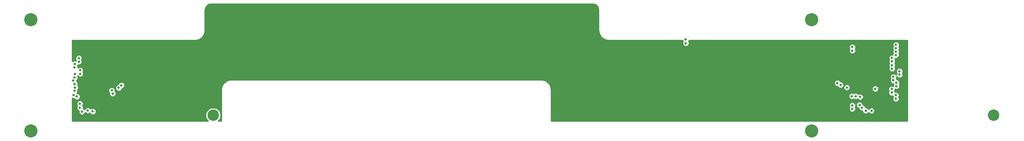
<source format=gbr>
G04 #@! TF.FileFunction,Copper,L2,Inr,Plane*
%FSLAX46Y46*%
G04 Gerber Fmt 4.6, Leading zero omitted, Abs format (unit mm)*
G04 Created by KiCad (PCBNEW 0.201603021449+6606~42~ubuntu14.04.1-product) date Wed 02 Mar 2016 02:15:13 PM PST*
%MOMM*%
G01*
G04 APERTURE LIST*
%ADD10C,0.100000*%
%ADD11C,2.540000*%
%ADD12C,2.200000*%
%ADD13C,0.508000*%
%ADD14C,0.254000*%
G04 APERTURE END LIST*
D10*
D11*
X164500000Y-196000000D03*
X164500000Y-174500000D03*
X14500000Y-174500000D03*
D12*
X49500000Y-192925000D03*
X199505000Y-192925000D03*
D11*
X14500000Y-196000000D03*
D13*
X140300000Y-178999090D03*
X180705564Y-179979902D03*
X172700000Y-181100000D03*
X173500000Y-181137491D03*
X177000000Y-185300000D03*
X177000000Y-183500000D03*
X177000000Y-180800000D03*
X176975000Y-187200000D03*
X177000000Y-189525000D03*
X176975000Y-191200000D03*
X24300000Y-178700000D03*
X23800000Y-179500000D03*
X27000000Y-184675000D03*
X26975000Y-182875000D03*
X27000000Y-181100000D03*
X27000000Y-187200000D03*
X27000000Y-191200000D03*
X27000000Y-190100000D03*
X27000000Y-188900000D03*
X25475000Y-178700000D03*
X22875000Y-179500000D03*
X23325000Y-180750000D03*
X169450000Y-186708410D03*
X22609375Y-186241728D03*
X170050000Y-187080380D03*
X22885259Y-186894448D03*
X171272325Y-187575690D03*
X22976604Y-187548502D03*
X176717516Y-187808138D03*
X22844781Y-188222828D03*
X172225000Y-189250690D03*
X22694573Y-189036204D03*
X172950000Y-189250690D03*
X23300000Y-189300000D03*
X174900000Y-192075000D03*
X176000000Y-192075000D03*
X174175000Y-191475000D03*
X173825000Y-189375000D03*
X173700000Y-190949310D03*
X24300000Y-192250000D03*
X26350000Y-192200000D03*
X25400000Y-192000000D03*
X23875000Y-190700000D03*
X23900000Y-191475000D03*
X140300000Y-178313290D03*
X180695893Y-179319571D03*
X180675000Y-180639597D03*
X172325000Y-179757100D03*
X180675000Y-181300000D03*
X172325000Y-180442900D03*
X179925000Y-181850000D03*
X23700000Y-181900000D03*
X179932677Y-182523006D03*
X23700000Y-182560403D03*
X179950000Y-183250000D03*
X22900000Y-183000000D03*
X179950000Y-183910403D03*
X22883120Y-183680682D03*
X181375000Y-184425000D03*
X23950000Y-184214390D03*
X181375000Y-185085403D03*
X23950000Y-184925000D03*
X180200000Y-185514597D03*
X22900000Y-184925000D03*
X180200000Y-186175000D03*
X22879965Y-185605438D03*
X31842466Y-187132534D03*
X180775000Y-186639597D03*
X31357534Y-187617466D03*
X180775000Y-187300000D03*
X30025000Y-188100000D03*
X179875000Y-187875000D03*
X30191699Y-188739016D03*
X179877390Y-188540029D03*
X180675000Y-189742900D03*
X172300000Y-191717900D03*
X172300000Y-191032100D03*
X180675000Y-189057100D03*
D14*
G36*
X122896103Y-171543723D02*
X123231902Y-171768098D01*
X123456277Y-172103897D01*
X123544000Y-172544913D01*
X123544000Y-176500000D01*
X123552762Y-176544050D01*
X123552762Y-176588961D01*
X123666943Y-177162987D01*
X123735031Y-177327366D01*
X123735033Y-177327368D01*
X124060190Y-177814000D01*
X124186000Y-177939810D01*
X124672632Y-178264967D01*
X124672634Y-178264969D01*
X124837014Y-178333057D01*
X125411039Y-178447238D01*
X125455950Y-178447238D01*
X125500000Y-178456000D01*
X139671896Y-178456000D01*
X139754715Y-178656436D01*
X139665111Y-178872227D01*
X139664890Y-179124845D01*
X139761360Y-179358318D01*
X139939832Y-179537103D01*
X140173137Y-179633979D01*
X140425755Y-179634200D01*
X140659228Y-179537730D01*
X140838013Y-179359258D01*
X140934889Y-179125953D01*
X140935110Y-178873335D01*
X140845285Y-178655944D01*
X140928309Y-178456000D01*
X182873000Y-178456000D01*
X182873000Y-194044000D01*
X114456000Y-194044000D01*
X114456000Y-191157855D01*
X171664890Y-191157855D01*
X171754715Y-191375246D01*
X171665111Y-191591037D01*
X171664890Y-191843655D01*
X171761360Y-192077128D01*
X171939832Y-192255913D01*
X172173137Y-192352789D01*
X172425755Y-192353010D01*
X172659228Y-192256540D01*
X172838013Y-192078068D01*
X172934889Y-191844763D01*
X172935110Y-191592145D01*
X172845285Y-191374754D01*
X172934889Y-191158963D01*
X172934962Y-191075065D01*
X173064890Y-191075065D01*
X173161360Y-191308538D01*
X173339832Y-191487323D01*
X173539917Y-191570405D01*
X173539890Y-191600755D01*
X173636360Y-191834228D01*
X173814832Y-192013013D01*
X174048137Y-192109889D01*
X174264969Y-192110079D01*
X174264890Y-192200755D01*
X174361360Y-192434228D01*
X174539832Y-192613013D01*
X174773137Y-192709889D01*
X175025755Y-192710110D01*
X175259228Y-192613640D01*
X175438013Y-192435168D01*
X175449910Y-192406517D01*
X175461360Y-192434228D01*
X175639832Y-192613013D01*
X175873137Y-192709889D01*
X176125755Y-192710110D01*
X176359228Y-192613640D01*
X176538013Y-192435168D01*
X176634889Y-192201863D01*
X176635110Y-191949245D01*
X176538640Y-191715772D01*
X176360168Y-191536987D01*
X176126863Y-191440111D01*
X175874245Y-191439890D01*
X175640772Y-191536360D01*
X175461987Y-191714832D01*
X175450090Y-191743483D01*
X175438640Y-191715772D01*
X175260168Y-191536987D01*
X175026863Y-191440111D01*
X174810031Y-191439921D01*
X174810110Y-191349245D01*
X174713640Y-191115772D01*
X174535168Y-190936987D01*
X174335083Y-190853905D01*
X174335110Y-190823555D01*
X174238640Y-190590082D01*
X174060168Y-190411297D01*
X173826863Y-190314421D01*
X173574245Y-190314200D01*
X173340772Y-190410670D01*
X173161987Y-190589142D01*
X173065111Y-190822447D01*
X173064890Y-191075065D01*
X172934962Y-191075065D01*
X172935110Y-190906345D01*
X172838640Y-190672872D01*
X172660168Y-190494087D01*
X172426863Y-190397211D01*
X172174245Y-190396990D01*
X171940772Y-190493460D01*
X171761987Y-190671932D01*
X171665111Y-190905237D01*
X171664890Y-191157855D01*
X114456000Y-191157855D01*
X114456000Y-189376445D01*
X171589890Y-189376445D01*
X171686360Y-189609918D01*
X171864832Y-189788703D01*
X172098137Y-189885579D01*
X172350755Y-189885800D01*
X172584228Y-189789330D01*
X172587348Y-189786215D01*
X172589832Y-189788703D01*
X172823137Y-189885579D01*
X173075755Y-189885800D01*
X173309228Y-189789330D01*
X173325325Y-189773261D01*
X173464832Y-189913013D01*
X173698137Y-190009889D01*
X173950755Y-190010110D01*
X174184228Y-189913640D01*
X174363013Y-189735168D01*
X174459889Y-189501863D01*
X174460110Y-189249245D01*
X174363640Y-189015772D01*
X174185168Y-188836987D01*
X173951863Y-188740111D01*
X173699245Y-188739890D01*
X173465772Y-188836360D01*
X173449675Y-188852429D01*
X173310168Y-188712677D01*
X173076863Y-188615801D01*
X172824245Y-188615580D01*
X172590772Y-188712050D01*
X172587652Y-188715165D01*
X172585168Y-188712677D01*
X172351863Y-188615801D01*
X172099245Y-188615580D01*
X171865772Y-188712050D01*
X171686987Y-188890522D01*
X171590111Y-189123827D01*
X171589890Y-189376445D01*
X114456000Y-189376445D01*
X114456000Y-188000000D01*
X114447238Y-187955950D01*
X114447238Y-187911039D01*
X114333057Y-187337014D01*
X114264969Y-187172634D01*
X114264967Y-187172632D01*
X114038811Y-186834165D01*
X168814890Y-186834165D01*
X168911360Y-187067638D01*
X169089832Y-187246423D01*
X169323137Y-187343299D01*
X169471619Y-187343429D01*
X169511360Y-187439608D01*
X169689832Y-187618393D01*
X169923137Y-187715269D01*
X170175755Y-187715490D01*
X170209746Y-187701445D01*
X170637215Y-187701445D01*
X170733685Y-187934918D01*
X170912157Y-188113703D01*
X171145462Y-188210579D01*
X171398080Y-188210800D01*
X171631553Y-188114330D01*
X171810338Y-187935858D01*
X171811153Y-187933893D01*
X176082406Y-187933893D01*
X176178876Y-188167366D01*
X176357348Y-188346151D01*
X176590653Y-188443027D01*
X176843271Y-188443248D01*
X177076744Y-188346778D01*
X177255529Y-188168306D01*
X177325101Y-188000755D01*
X179239890Y-188000755D01*
X179326605Y-188210619D01*
X179242501Y-188413166D01*
X179242280Y-188665784D01*
X179338750Y-188899257D01*
X179517222Y-189078042D01*
X179750527Y-189174918D01*
X180003145Y-189175139D01*
X180039910Y-189159948D01*
X180039890Y-189182855D01*
X180129715Y-189400246D01*
X180040111Y-189616037D01*
X180039890Y-189868655D01*
X180136360Y-190102128D01*
X180314832Y-190280913D01*
X180548137Y-190377789D01*
X180800755Y-190378010D01*
X181034228Y-190281540D01*
X181213013Y-190103068D01*
X181309889Y-189869763D01*
X181310110Y-189617145D01*
X181220285Y-189399754D01*
X181309889Y-189183963D01*
X181310110Y-188931345D01*
X181213640Y-188697872D01*
X181035168Y-188519087D01*
X180801863Y-188422211D01*
X180549245Y-188421990D01*
X180512480Y-188437181D01*
X180512500Y-188414274D01*
X180425785Y-188204410D01*
X180509889Y-188001863D01*
X180509998Y-187877529D01*
X180648137Y-187934889D01*
X180900755Y-187935110D01*
X181134228Y-187838640D01*
X181313013Y-187660168D01*
X181409889Y-187426863D01*
X181410110Y-187174245D01*
X181325545Y-186969584D01*
X181409889Y-186766460D01*
X181410110Y-186513842D01*
X181313640Y-186280369D01*
X181135168Y-186101584D01*
X180901863Y-186004708D01*
X180816677Y-186004633D01*
X180750545Y-185844584D01*
X180834889Y-185641460D01*
X180835064Y-185441494D01*
X180836360Y-185444631D01*
X181014832Y-185623416D01*
X181248137Y-185720292D01*
X181500755Y-185720513D01*
X181734228Y-185624043D01*
X181913013Y-185445571D01*
X182009889Y-185212266D01*
X182010110Y-184959648D01*
X181925545Y-184754987D01*
X182009889Y-184551863D01*
X182010110Y-184299245D01*
X181913640Y-184065772D01*
X181735168Y-183886987D01*
X181501863Y-183790111D01*
X181249245Y-183789890D01*
X181015772Y-183886360D01*
X180836987Y-184064832D01*
X180740111Y-184298137D01*
X180739890Y-184550755D01*
X180824455Y-184755416D01*
X180740111Y-184958540D01*
X180739936Y-185158506D01*
X180738640Y-185155369D01*
X180560168Y-184976584D01*
X180326863Y-184879708D01*
X180074245Y-184879487D01*
X179840772Y-184975957D01*
X179661987Y-185154429D01*
X179565111Y-185387734D01*
X179564890Y-185640352D01*
X179649455Y-185845013D01*
X179565111Y-186048137D01*
X179564890Y-186300755D01*
X179661360Y-186534228D01*
X179839832Y-186713013D01*
X180073137Y-186809889D01*
X180158323Y-186809964D01*
X180224455Y-186970013D01*
X180140111Y-187173137D01*
X180140002Y-187297471D01*
X180001863Y-187240111D01*
X179749245Y-187239890D01*
X179515772Y-187336360D01*
X179336987Y-187514832D01*
X179240111Y-187748137D01*
X179239890Y-188000755D01*
X177325101Y-188000755D01*
X177352405Y-187935001D01*
X177352626Y-187682383D01*
X177256156Y-187448910D01*
X177077684Y-187270125D01*
X176844379Y-187173249D01*
X176591761Y-187173028D01*
X176358288Y-187269498D01*
X176179503Y-187447970D01*
X176082627Y-187681275D01*
X176082406Y-187933893D01*
X171811153Y-187933893D01*
X171907214Y-187702553D01*
X171907435Y-187449935D01*
X171810965Y-187216462D01*
X171632493Y-187037677D01*
X171399188Y-186940801D01*
X171146570Y-186940580D01*
X170913097Y-187037050D01*
X170734312Y-187215522D01*
X170637436Y-187448827D01*
X170637215Y-187701445D01*
X170209746Y-187701445D01*
X170409228Y-187619020D01*
X170588013Y-187440548D01*
X170684889Y-187207243D01*
X170685110Y-186954625D01*
X170588640Y-186721152D01*
X170410168Y-186542367D01*
X170176863Y-186445491D01*
X170028381Y-186445361D01*
X169988640Y-186349182D01*
X169810168Y-186170397D01*
X169576863Y-186073521D01*
X169324245Y-186073300D01*
X169090772Y-186169770D01*
X168911987Y-186348242D01*
X168815111Y-186581547D01*
X168814890Y-186834165D01*
X114038811Y-186834165D01*
X113939810Y-186686000D01*
X113814000Y-186560190D01*
X113327368Y-186235033D01*
X113327366Y-186235031D01*
X113162987Y-186166943D01*
X112588961Y-186052762D01*
X112544050Y-186052762D01*
X112500000Y-186044000D01*
X53000000Y-186044000D01*
X52955950Y-186052762D01*
X52911039Y-186052762D01*
X52337014Y-186166943D01*
X52172634Y-186235031D01*
X52172632Y-186235033D01*
X51686000Y-186560190D01*
X51560190Y-186686000D01*
X51235033Y-187172632D01*
X51235031Y-187172634D01*
X51166943Y-187337013D01*
X51052762Y-187911039D01*
X51052762Y-187955950D01*
X51044000Y-188000000D01*
X51044000Y-194044000D01*
X50475326Y-194044000D01*
X50754799Y-193765015D01*
X50980743Y-193220882D01*
X50981257Y-192631703D01*
X50756263Y-192087177D01*
X50340015Y-191670201D01*
X49795882Y-191444257D01*
X49206703Y-191443743D01*
X48662177Y-191668737D01*
X48245201Y-192084985D01*
X48019257Y-192629118D01*
X48018743Y-193218297D01*
X48243737Y-193762823D01*
X48524423Y-194044000D01*
X22456000Y-194044000D01*
X22456000Y-190825755D01*
X23239890Y-190825755D01*
X23336360Y-191059228D01*
X23376953Y-191099892D01*
X23361987Y-191114832D01*
X23265111Y-191348137D01*
X23264890Y-191600755D01*
X23361360Y-191834228D01*
X23539832Y-192013013D01*
X23685690Y-192073578D01*
X23665111Y-192123137D01*
X23664890Y-192375755D01*
X23761360Y-192609228D01*
X23939832Y-192788013D01*
X24173137Y-192884889D01*
X24425755Y-192885110D01*
X24659228Y-192788640D01*
X24838013Y-192610168D01*
X24918460Y-192416428D01*
X25039832Y-192538013D01*
X25273137Y-192634889D01*
X25525755Y-192635110D01*
X25759228Y-192538640D01*
X25790114Y-192507808D01*
X25811360Y-192559228D01*
X25989832Y-192738013D01*
X26223137Y-192834889D01*
X26475755Y-192835110D01*
X26709228Y-192738640D01*
X26888013Y-192560168D01*
X26984889Y-192326863D01*
X26985110Y-192074245D01*
X26888640Y-191840772D01*
X26710168Y-191661987D01*
X26476863Y-191565111D01*
X26224245Y-191564890D01*
X25990772Y-191661360D01*
X25959886Y-191692192D01*
X25938640Y-191640772D01*
X25760168Y-191461987D01*
X25526863Y-191365111D01*
X25274245Y-191364890D01*
X25040772Y-191461360D01*
X24861987Y-191639832D01*
X24781540Y-191833572D01*
X24660168Y-191711987D01*
X24514310Y-191651422D01*
X24534889Y-191601863D01*
X24535110Y-191349245D01*
X24438640Y-191115772D01*
X24398047Y-191075108D01*
X24413013Y-191060168D01*
X24509889Y-190826863D01*
X24510110Y-190574245D01*
X24413640Y-190340772D01*
X24235168Y-190161987D01*
X24001863Y-190065111D01*
X23749245Y-190064890D01*
X23515772Y-190161360D01*
X23336987Y-190339832D01*
X23240111Y-190573137D01*
X23239890Y-190825755D01*
X22456000Y-190825755D01*
X22456000Y-189624707D01*
X22567710Y-189671093D01*
X22773384Y-189671273D01*
X22939832Y-189838013D01*
X23173137Y-189934889D01*
X23425755Y-189935110D01*
X23659228Y-189838640D01*
X23838013Y-189660168D01*
X23934889Y-189426863D01*
X23935110Y-189174245D01*
X23838640Y-188940772D01*
X23660168Y-188761987D01*
X23426863Y-188665111D01*
X23300646Y-188665001D01*
X23382794Y-188582996D01*
X23479670Y-188349691D01*
X23479778Y-188225755D01*
X29389890Y-188225755D01*
X29486360Y-188459228D01*
X29580960Y-188553994D01*
X29556810Y-188612153D01*
X29556589Y-188864771D01*
X29653059Y-189098244D01*
X29831531Y-189277029D01*
X30064836Y-189373905D01*
X30317454Y-189374126D01*
X30550927Y-189277656D01*
X30729712Y-189099184D01*
X30826588Y-188865879D01*
X30826809Y-188613261D01*
X30730339Y-188379788D01*
X30635739Y-188285022D01*
X30659889Y-188226863D01*
X30660110Y-187974245D01*
X30564652Y-187743221D01*
X30722424Y-187743221D01*
X30818894Y-187976694D01*
X30997366Y-188155479D01*
X31230671Y-188252355D01*
X31483289Y-188252576D01*
X31716762Y-188156106D01*
X31895547Y-187977634D01*
X31985749Y-187760401D01*
X32201694Y-187671174D01*
X32380479Y-187492702D01*
X32477355Y-187259397D01*
X32477576Y-187006779D01*
X32381106Y-186773306D01*
X32202634Y-186594521D01*
X31969329Y-186497645D01*
X31716711Y-186497424D01*
X31483238Y-186593894D01*
X31304453Y-186772366D01*
X31214251Y-186989599D01*
X30998306Y-187078826D01*
X30819521Y-187257298D01*
X30722645Y-187490603D01*
X30722424Y-187743221D01*
X30564652Y-187743221D01*
X30563640Y-187740772D01*
X30385168Y-187561987D01*
X30151863Y-187465111D01*
X29899245Y-187464890D01*
X29665772Y-187561360D01*
X29486987Y-187739832D01*
X29390111Y-187973137D01*
X29389890Y-188225755D01*
X23479778Y-188225755D01*
X23479891Y-188097073D01*
X23434918Y-187988230D01*
X23514617Y-187908670D01*
X23611493Y-187675365D01*
X23611714Y-187422747D01*
X23515244Y-187189274D01*
X23469452Y-187143402D01*
X23520148Y-187021311D01*
X23520369Y-186768693D01*
X23423899Y-186535220D01*
X23245427Y-186356435D01*
X23244275Y-186355957D01*
X23244465Y-186138815D01*
X23417978Y-185965606D01*
X23514854Y-185732301D01*
X23515075Y-185479683D01*
X23450525Y-185323462D01*
X23589832Y-185463013D01*
X23823137Y-185559889D01*
X24075755Y-185560110D01*
X24309228Y-185463640D01*
X24488013Y-185285168D01*
X24584889Y-185051863D01*
X24585110Y-184799245D01*
X24490147Y-184569419D01*
X24584889Y-184341253D01*
X24585110Y-184088635D01*
X24488640Y-183855162D01*
X24310168Y-183676377D01*
X24076863Y-183579501D01*
X23824245Y-183579280D01*
X23590772Y-183675750D01*
X23518061Y-183748334D01*
X23518230Y-183554927D01*
X23437831Y-183360349D01*
X23438013Y-183360168D01*
X23516278Y-183171682D01*
X23573137Y-183195292D01*
X23825755Y-183195513D01*
X24059228Y-183099043D01*
X24238013Y-182920571D01*
X24334889Y-182687266D01*
X24335110Y-182434648D01*
X24250545Y-182229987D01*
X24334889Y-182026863D01*
X24334933Y-181975755D01*
X179289890Y-181975755D01*
X179380894Y-182196000D01*
X179297788Y-182396143D01*
X179297567Y-182648761D01*
X179394037Y-182882234D01*
X179408942Y-182897165D01*
X179315111Y-183123137D01*
X179314890Y-183375755D01*
X179399455Y-183580416D01*
X179315111Y-183783540D01*
X179314890Y-184036158D01*
X179411360Y-184269631D01*
X179589832Y-184448416D01*
X179823137Y-184545292D01*
X180075755Y-184545513D01*
X180309228Y-184449043D01*
X180488013Y-184270571D01*
X180584889Y-184037266D01*
X180585110Y-183784648D01*
X180500545Y-183579987D01*
X180584889Y-183376863D01*
X180585110Y-183124245D01*
X180488640Y-182890772D01*
X180473735Y-182875841D01*
X180567566Y-182649869D01*
X180567787Y-182397251D01*
X180476783Y-182177006D01*
X180559889Y-181976863D01*
X180559926Y-181934899D01*
X180800755Y-181935110D01*
X181034228Y-181838640D01*
X181213013Y-181660168D01*
X181309889Y-181426863D01*
X181310110Y-181174245D01*
X181225545Y-180969584D01*
X181309889Y-180766460D01*
X181310110Y-180513842D01*
X181239847Y-180343794D01*
X181243577Y-180340070D01*
X181340453Y-180106765D01*
X181340674Y-179854147D01*
X181251300Y-179637848D01*
X181330782Y-179446434D01*
X181331003Y-179193816D01*
X181234533Y-178960343D01*
X181056061Y-178781558D01*
X180822756Y-178684682D01*
X180570138Y-178684461D01*
X180336665Y-178780931D01*
X180157880Y-178959403D01*
X180061004Y-179192708D01*
X180060783Y-179445326D01*
X180150157Y-179661625D01*
X180070675Y-179853039D01*
X180070454Y-180105657D01*
X180140717Y-180275705D01*
X180136987Y-180279429D01*
X180040111Y-180512734D01*
X180039890Y-180765352D01*
X180124455Y-180970013D01*
X180040111Y-181173137D01*
X180040074Y-181215101D01*
X179799245Y-181214890D01*
X179565772Y-181311360D01*
X179386987Y-181489832D01*
X179290111Y-181723137D01*
X179289890Y-181975755D01*
X24334933Y-181975755D01*
X24335110Y-181774245D01*
X24238640Y-181540772D01*
X24060168Y-181361987D01*
X23826863Y-181265111D01*
X23574245Y-181264890D01*
X23340772Y-181361360D01*
X23161987Y-181539832D01*
X23065111Y-181773137D01*
X23064890Y-182025755D01*
X23149455Y-182230416D01*
X23083722Y-182388721D01*
X23026863Y-182365111D01*
X22774245Y-182364890D01*
X22540772Y-182461360D01*
X22456000Y-182545984D01*
X22456000Y-179882855D01*
X171689890Y-179882855D01*
X171779715Y-180100246D01*
X171690111Y-180316037D01*
X171689890Y-180568655D01*
X171786360Y-180802128D01*
X171964832Y-180980913D01*
X172198137Y-181077789D01*
X172450755Y-181078010D01*
X172684228Y-180981540D01*
X172863013Y-180803068D01*
X172959889Y-180569763D01*
X172960110Y-180317145D01*
X172870285Y-180099754D01*
X172959889Y-179883963D01*
X172960110Y-179631345D01*
X172863640Y-179397872D01*
X172685168Y-179219087D01*
X172451863Y-179122211D01*
X172199245Y-179121990D01*
X171965772Y-179218460D01*
X171786987Y-179396932D01*
X171690111Y-179630237D01*
X171689890Y-179882855D01*
X22456000Y-179882855D01*
X22456000Y-178456000D01*
X46000000Y-178456000D01*
X46044050Y-178447238D01*
X46088961Y-178447238D01*
X46662987Y-178333057D01*
X46827366Y-178264969D01*
X46827368Y-178264967D01*
X47314000Y-177939810D01*
X47439810Y-177814000D01*
X47764967Y-177327368D01*
X47764969Y-177327366D01*
X47833057Y-177162986D01*
X47947238Y-176588961D01*
X47947238Y-176544050D01*
X47956000Y-176500000D01*
X47956000Y-172544912D01*
X48043723Y-172103897D01*
X48268098Y-171768098D01*
X48603897Y-171543723D01*
X49044913Y-171456000D01*
X122455088Y-171456000D01*
X122896103Y-171543723D01*
X122896103Y-171543723D01*
G37*
X122896103Y-171543723D02*
X123231902Y-171768098D01*
X123456277Y-172103897D01*
X123544000Y-172544913D01*
X123544000Y-176500000D01*
X123552762Y-176544050D01*
X123552762Y-176588961D01*
X123666943Y-177162987D01*
X123735031Y-177327366D01*
X123735033Y-177327368D01*
X124060190Y-177814000D01*
X124186000Y-177939810D01*
X124672632Y-178264967D01*
X124672634Y-178264969D01*
X124837014Y-178333057D01*
X125411039Y-178447238D01*
X125455950Y-178447238D01*
X125500000Y-178456000D01*
X139671896Y-178456000D01*
X139754715Y-178656436D01*
X139665111Y-178872227D01*
X139664890Y-179124845D01*
X139761360Y-179358318D01*
X139939832Y-179537103D01*
X140173137Y-179633979D01*
X140425755Y-179634200D01*
X140659228Y-179537730D01*
X140838013Y-179359258D01*
X140934889Y-179125953D01*
X140935110Y-178873335D01*
X140845285Y-178655944D01*
X140928309Y-178456000D01*
X182873000Y-178456000D01*
X182873000Y-194044000D01*
X114456000Y-194044000D01*
X114456000Y-191157855D01*
X171664890Y-191157855D01*
X171754715Y-191375246D01*
X171665111Y-191591037D01*
X171664890Y-191843655D01*
X171761360Y-192077128D01*
X171939832Y-192255913D01*
X172173137Y-192352789D01*
X172425755Y-192353010D01*
X172659228Y-192256540D01*
X172838013Y-192078068D01*
X172934889Y-191844763D01*
X172935110Y-191592145D01*
X172845285Y-191374754D01*
X172934889Y-191158963D01*
X172934962Y-191075065D01*
X173064890Y-191075065D01*
X173161360Y-191308538D01*
X173339832Y-191487323D01*
X173539917Y-191570405D01*
X173539890Y-191600755D01*
X173636360Y-191834228D01*
X173814832Y-192013013D01*
X174048137Y-192109889D01*
X174264969Y-192110079D01*
X174264890Y-192200755D01*
X174361360Y-192434228D01*
X174539832Y-192613013D01*
X174773137Y-192709889D01*
X175025755Y-192710110D01*
X175259228Y-192613640D01*
X175438013Y-192435168D01*
X175449910Y-192406517D01*
X175461360Y-192434228D01*
X175639832Y-192613013D01*
X175873137Y-192709889D01*
X176125755Y-192710110D01*
X176359228Y-192613640D01*
X176538013Y-192435168D01*
X176634889Y-192201863D01*
X176635110Y-191949245D01*
X176538640Y-191715772D01*
X176360168Y-191536987D01*
X176126863Y-191440111D01*
X175874245Y-191439890D01*
X175640772Y-191536360D01*
X175461987Y-191714832D01*
X175450090Y-191743483D01*
X175438640Y-191715772D01*
X175260168Y-191536987D01*
X175026863Y-191440111D01*
X174810031Y-191439921D01*
X174810110Y-191349245D01*
X174713640Y-191115772D01*
X174535168Y-190936987D01*
X174335083Y-190853905D01*
X174335110Y-190823555D01*
X174238640Y-190590082D01*
X174060168Y-190411297D01*
X173826863Y-190314421D01*
X173574245Y-190314200D01*
X173340772Y-190410670D01*
X173161987Y-190589142D01*
X173065111Y-190822447D01*
X173064890Y-191075065D01*
X172934962Y-191075065D01*
X172935110Y-190906345D01*
X172838640Y-190672872D01*
X172660168Y-190494087D01*
X172426863Y-190397211D01*
X172174245Y-190396990D01*
X171940772Y-190493460D01*
X171761987Y-190671932D01*
X171665111Y-190905237D01*
X171664890Y-191157855D01*
X114456000Y-191157855D01*
X114456000Y-189376445D01*
X171589890Y-189376445D01*
X171686360Y-189609918D01*
X171864832Y-189788703D01*
X172098137Y-189885579D01*
X172350755Y-189885800D01*
X172584228Y-189789330D01*
X172587348Y-189786215D01*
X172589832Y-189788703D01*
X172823137Y-189885579D01*
X173075755Y-189885800D01*
X173309228Y-189789330D01*
X173325325Y-189773261D01*
X173464832Y-189913013D01*
X173698137Y-190009889D01*
X173950755Y-190010110D01*
X174184228Y-189913640D01*
X174363013Y-189735168D01*
X174459889Y-189501863D01*
X174460110Y-189249245D01*
X174363640Y-189015772D01*
X174185168Y-188836987D01*
X173951863Y-188740111D01*
X173699245Y-188739890D01*
X173465772Y-188836360D01*
X173449675Y-188852429D01*
X173310168Y-188712677D01*
X173076863Y-188615801D01*
X172824245Y-188615580D01*
X172590772Y-188712050D01*
X172587652Y-188715165D01*
X172585168Y-188712677D01*
X172351863Y-188615801D01*
X172099245Y-188615580D01*
X171865772Y-188712050D01*
X171686987Y-188890522D01*
X171590111Y-189123827D01*
X171589890Y-189376445D01*
X114456000Y-189376445D01*
X114456000Y-188000000D01*
X114447238Y-187955950D01*
X114447238Y-187911039D01*
X114333057Y-187337014D01*
X114264969Y-187172634D01*
X114264967Y-187172632D01*
X114038811Y-186834165D01*
X168814890Y-186834165D01*
X168911360Y-187067638D01*
X169089832Y-187246423D01*
X169323137Y-187343299D01*
X169471619Y-187343429D01*
X169511360Y-187439608D01*
X169689832Y-187618393D01*
X169923137Y-187715269D01*
X170175755Y-187715490D01*
X170209746Y-187701445D01*
X170637215Y-187701445D01*
X170733685Y-187934918D01*
X170912157Y-188113703D01*
X171145462Y-188210579D01*
X171398080Y-188210800D01*
X171631553Y-188114330D01*
X171810338Y-187935858D01*
X171811153Y-187933893D01*
X176082406Y-187933893D01*
X176178876Y-188167366D01*
X176357348Y-188346151D01*
X176590653Y-188443027D01*
X176843271Y-188443248D01*
X177076744Y-188346778D01*
X177255529Y-188168306D01*
X177325101Y-188000755D01*
X179239890Y-188000755D01*
X179326605Y-188210619D01*
X179242501Y-188413166D01*
X179242280Y-188665784D01*
X179338750Y-188899257D01*
X179517222Y-189078042D01*
X179750527Y-189174918D01*
X180003145Y-189175139D01*
X180039910Y-189159948D01*
X180039890Y-189182855D01*
X180129715Y-189400246D01*
X180040111Y-189616037D01*
X180039890Y-189868655D01*
X180136360Y-190102128D01*
X180314832Y-190280913D01*
X180548137Y-190377789D01*
X180800755Y-190378010D01*
X181034228Y-190281540D01*
X181213013Y-190103068D01*
X181309889Y-189869763D01*
X181310110Y-189617145D01*
X181220285Y-189399754D01*
X181309889Y-189183963D01*
X181310110Y-188931345D01*
X181213640Y-188697872D01*
X181035168Y-188519087D01*
X180801863Y-188422211D01*
X180549245Y-188421990D01*
X180512480Y-188437181D01*
X180512500Y-188414274D01*
X180425785Y-188204410D01*
X180509889Y-188001863D01*
X180509998Y-187877529D01*
X180648137Y-187934889D01*
X180900755Y-187935110D01*
X181134228Y-187838640D01*
X181313013Y-187660168D01*
X181409889Y-187426863D01*
X181410110Y-187174245D01*
X181325545Y-186969584D01*
X181409889Y-186766460D01*
X181410110Y-186513842D01*
X181313640Y-186280369D01*
X181135168Y-186101584D01*
X180901863Y-186004708D01*
X180816677Y-186004633D01*
X180750545Y-185844584D01*
X180834889Y-185641460D01*
X180835064Y-185441494D01*
X180836360Y-185444631D01*
X181014832Y-185623416D01*
X181248137Y-185720292D01*
X181500755Y-185720513D01*
X181734228Y-185624043D01*
X181913013Y-185445571D01*
X182009889Y-185212266D01*
X182010110Y-184959648D01*
X181925545Y-184754987D01*
X182009889Y-184551863D01*
X182010110Y-184299245D01*
X181913640Y-184065772D01*
X181735168Y-183886987D01*
X181501863Y-183790111D01*
X181249245Y-183789890D01*
X181015772Y-183886360D01*
X180836987Y-184064832D01*
X180740111Y-184298137D01*
X180739890Y-184550755D01*
X180824455Y-184755416D01*
X180740111Y-184958540D01*
X180739936Y-185158506D01*
X180738640Y-185155369D01*
X180560168Y-184976584D01*
X180326863Y-184879708D01*
X180074245Y-184879487D01*
X179840772Y-184975957D01*
X179661987Y-185154429D01*
X179565111Y-185387734D01*
X179564890Y-185640352D01*
X179649455Y-185845013D01*
X179565111Y-186048137D01*
X179564890Y-186300755D01*
X179661360Y-186534228D01*
X179839832Y-186713013D01*
X180073137Y-186809889D01*
X180158323Y-186809964D01*
X180224455Y-186970013D01*
X180140111Y-187173137D01*
X180140002Y-187297471D01*
X180001863Y-187240111D01*
X179749245Y-187239890D01*
X179515772Y-187336360D01*
X179336987Y-187514832D01*
X179240111Y-187748137D01*
X179239890Y-188000755D01*
X177325101Y-188000755D01*
X177352405Y-187935001D01*
X177352626Y-187682383D01*
X177256156Y-187448910D01*
X177077684Y-187270125D01*
X176844379Y-187173249D01*
X176591761Y-187173028D01*
X176358288Y-187269498D01*
X176179503Y-187447970D01*
X176082627Y-187681275D01*
X176082406Y-187933893D01*
X171811153Y-187933893D01*
X171907214Y-187702553D01*
X171907435Y-187449935D01*
X171810965Y-187216462D01*
X171632493Y-187037677D01*
X171399188Y-186940801D01*
X171146570Y-186940580D01*
X170913097Y-187037050D01*
X170734312Y-187215522D01*
X170637436Y-187448827D01*
X170637215Y-187701445D01*
X170209746Y-187701445D01*
X170409228Y-187619020D01*
X170588013Y-187440548D01*
X170684889Y-187207243D01*
X170685110Y-186954625D01*
X170588640Y-186721152D01*
X170410168Y-186542367D01*
X170176863Y-186445491D01*
X170028381Y-186445361D01*
X169988640Y-186349182D01*
X169810168Y-186170397D01*
X169576863Y-186073521D01*
X169324245Y-186073300D01*
X169090772Y-186169770D01*
X168911987Y-186348242D01*
X168815111Y-186581547D01*
X168814890Y-186834165D01*
X114038811Y-186834165D01*
X113939810Y-186686000D01*
X113814000Y-186560190D01*
X113327368Y-186235033D01*
X113327366Y-186235031D01*
X113162987Y-186166943D01*
X112588961Y-186052762D01*
X112544050Y-186052762D01*
X112500000Y-186044000D01*
X53000000Y-186044000D01*
X52955950Y-186052762D01*
X52911039Y-186052762D01*
X52337014Y-186166943D01*
X52172634Y-186235031D01*
X52172632Y-186235033D01*
X51686000Y-186560190D01*
X51560190Y-186686000D01*
X51235033Y-187172632D01*
X51235031Y-187172634D01*
X51166943Y-187337013D01*
X51052762Y-187911039D01*
X51052762Y-187955950D01*
X51044000Y-188000000D01*
X51044000Y-194044000D01*
X50475326Y-194044000D01*
X50754799Y-193765015D01*
X50980743Y-193220882D01*
X50981257Y-192631703D01*
X50756263Y-192087177D01*
X50340015Y-191670201D01*
X49795882Y-191444257D01*
X49206703Y-191443743D01*
X48662177Y-191668737D01*
X48245201Y-192084985D01*
X48019257Y-192629118D01*
X48018743Y-193218297D01*
X48243737Y-193762823D01*
X48524423Y-194044000D01*
X22456000Y-194044000D01*
X22456000Y-190825755D01*
X23239890Y-190825755D01*
X23336360Y-191059228D01*
X23376953Y-191099892D01*
X23361987Y-191114832D01*
X23265111Y-191348137D01*
X23264890Y-191600755D01*
X23361360Y-191834228D01*
X23539832Y-192013013D01*
X23685690Y-192073578D01*
X23665111Y-192123137D01*
X23664890Y-192375755D01*
X23761360Y-192609228D01*
X23939832Y-192788013D01*
X24173137Y-192884889D01*
X24425755Y-192885110D01*
X24659228Y-192788640D01*
X24838013Y-192610168D01*
X24918460Y-192416428D01*
X25039832Y-192538013D01*
X25273137Y-192634889D01*
X25525755Y-192635110D01*
X25759228Y-192538640D01*
X25790114Y-192507808D01*
X25811360Y-192559228D01*
X25989832Y-192738013D01*
X26223137Y-192834889D01*
X26475755Y-192835110D01*
X26709228Y-192738640D01*
X26888013Y-192560168D01*
X26984889Y-192326863D01*
X26985110Y-192074245D01*
X26888640Y-191840772D01*
X26710168Y-191661987D01*
X26476863Y-191565111D01*
X26224245Y-191564890D01*
X25990772Y-191661360D01*
X25959886Y-191692192D01*
X25938640Y-191640772D01*
X25760168Y-191461987D01*
X25526863Y-191365111D01*
X25274245Y-191364890D01*
X25040772Y-191461360D01*
X24861987Y-191639832D01*
X24781540Y-191833572D01*
X24660168Y-191711987D01*
X24514310Y-191651422D01*
X24534889Y-191601863D01*
X24535110Y-191349245D01*
X24438640Y-191115772D01*
X24398047Y-191075108D01*
X24413013Y-191060168D01*
X24509889Y-190826863D01*
X24510110Y-190574245D01*
X24413640Y-190340772D01*
X24235168Y-190161987D01*
X24001863Y-190065111D01*
X23749245Y-190064890D01*
X23515772Y-190161360D01*
X23336987Y-190339832D01*
X23240111Y-190573137D01*
X23239890Y-190825755D01*
X22456000Y-190825755D01*
X22456000Y-189624707D01*
X22567710Y-189671093D01*
X22773384Y-189671273D01*
X22939832Y-189838013D01*
X23173137Y-189934889D01*
X23425755Y-189935110D01*
X23659228Y-189838640D01*
X23838013Y-189660168D01*
X23934889Y-189426863D01*
X23935110Y-189174245D01*
X23838640Y-188940772D01*
X23660168Y-188761987D01*
X23426863Y-188665111D01*
X23300646Y-188665001D01*
X23382794Y-188582996D01*
X23479670Y-188349691D01*
X23479778Y-188225755D01*
X29389890Y-188225755D01*
X29486360Y-188459228D01*
X29580960Y-188553994D01*
X29556810Y-188612153D01*
X29556589Y-188864771D01*
X29653059Y-189098244D01*
X29831531Y-189277029D01*
X30064836Y-189373905D01*
X30317454Y-189374126D01*
X30550927Y-189277656D01*
X30729712Y-189099184D01*
X30826588Y-188865879D01*
X30826809Y-188613261D01*
X30730339Y-188379788D01*
X30635739Y-188285022D01*
X30659889Y-188226863D01*
X30660110Y-187974245D01*
X30564652Y-187743221D01*
X30722424Y-187743221D01*
X30818894Y-187976694D01*
X30997366Y-188155479D01*
X31230671Y-188252355D01*
X31483289Y-188252576D01*
X31716762Y-188156106D01*
X31895547Y-187977634D01*
X31985749Y-187760401D01*
X32201694Y-187671174D01*
X32380479Y-187492702D01*
X32477355Y-187259397D01*
X32477576Y-187006779D01*
X32381106Y-186773306D01*
X32202634Y-186594521D01*
X31969329Y-186497645D01*
X31716711Y-186497424D01*
X31483238Y-186593894D01*
X31304453Y-186772366D01*
X31214251Y-186989599D01*
X30998306Y-187078826D01*
X30819521Y-187257298D01*
X30722645Y-187490603D01*
X30722424Y-187743221D01*
X30564652Y-187743221D01*
X30563640Y-187740772D01*
X30385168Y-187561987D01*
X30151863Y-187465111D01*
X29899245Y-187464890D01*
X29665772Y-187561360D01*
X29486987Y-187739832D01*
X29390111Y-187973137D01*
X29389890Y-188225755D01*
X23479778Y-188225755D01*
X23479891Y-188097073D01*
X23434918Y-187988230D01*
X23514617Y-187908670D01*
X23611493Y-187675365D01*
X23611714Y-187422747D01*
X23515244Y-187189274D01*
X23469452Y-187143402D01*
X23520148Y-187021311D01*
X23520369Y-186768693D01*
X23423899Y-186535220D01*
X23245427Y-186356435D01*
X23244275Y-186355957D01*
X23244465Y-186138815D01*
X23417978Y-185965606D01*
X23514854Y-185732301D01*
X23515075Y-185479683D01*
X23450525Y-185323462D01*
X23589832Y-185463013D01*
X23823137Y-185559889D01*
X24075755Y-185560110D01*
X24309228Y-185463640D01*
X24488013Y-185285168D01*
X24584889Y-185051863D01*
X24585110Y-184799245D01*
X24490147Y-184569419D01*
X24584889Y-184341253D01*
X24585110Y-184088635D01*
X24488640Y-183855162D01*
X24310168Y-183676377D01*
X24076863Y-183579501D01*
X23824245Y-183579280D01*
X23590772Y-183675750D01*
X23518061Y-183748334D01*
X23518230Y-183554927D01*
X23437831Y-183360349D01*
X23438013Y-183360168D01*
X23516278Y-183171682D01*
X23573137Y-183195292D01*
X23825755Y-183195513D01*
X24059228Y-183099043D01*
X24238013Y-182920571D01*
X24334889Y-182687266D01*
X24335110Y-182434648D01*
X24250545Y-182229987D01*
X24334889Y-182026863D01*
X24334933Y-181975755D01*
X179289890Y-181975755D01*
X179380894Y-182196000D01*
X179297788Y-182396143D01*
X179297567Y-182648761D01*
X179394037Y-182882234D01*
X179408942Y-182897165D01*
X179315111Y-183123137D01*
X179314890Y-183375755D01*
X179399455Y-183580416D01*
X179315111Y-183783540D01*
X179314890Y-184036158D01*
X179411360Y-184269631D01*
X179589832Y-184448416D01*
X179823137Y-184545292D01*
X180075755Y-184545513D01*
X180309228Y-184449043D01*
X180488013Y-184270571D01*
X180584889Y-184037266D01*
X180585110Y-183784648D01*
X180500545Y-183579987D01*
X180584889Y-183376863D01*
X180585110Y-183124245D01*
X180488640Y-182890772D01*
X180473735Y-182875841D01*
X180567566Y-182649869D01*
X180567787Y-182397251D01*
X180476783Y-182177006D01*
X180559889Y-181976863D01*
X180559926Y-181934899D01*
X180800755Y-181935110D01*
X181034228Y-181838640D01*
X181213013Y-181660168D01*
X181309889Y-181426863D01*
X181310110Y-181174245D01*
X181225545Y-180969584D01*
X181309889Y-180766460D01*
X181310110Y-180513842D01*
X181239847Y-180343794D01*
X181243577Y-180340070D01*
X181340453Y-180106765D01*
X181340674Y-179854147D01*
X181251300Y-179637848D01*
X181330782Y-179446434D01*
X181331003Y-179193816D01*
X181234533Y-178960343D01*
X181056061Y-178781558D01*
X180822756Y-178684682D01*
X180570138Y-178684461D01*
X180336665Y-178780931D01*
X180157880Y-178959403D01*
X180061004Y-179192708D01*
X180060783Y-179445326D01*
X180150157Y-179661625D01*
X180070675Y-179853039D01*
X180070454Y-180105657D01*
X180140717Y-180275705D01*
X180136987Y-180279429D01*
X180040111Y-180512734D01*
X180039890Y-180765352D01*
X180124455Y-180970013D01*
X180040111Y-181173137D01*
X180040074Y-181215101D01*
X179799245Y-181214890D01*
X179565772Y-181311360D01*
X179386987Y-181489832D01*
X179290111Y-181723137D01*
X179289890Y-181975755D01*
X24334933Y-181975755D01*
X24335110Y-181774245D01*
X24238640Y-181540772D01*
X24060168Y-181361987D01*
X23826863Y-181265111D01*
X23574245Y-181264890D01*
X23340772Y-181361360D01*
X23161987Y-181539832D01*
X23065111Y-181773137D01*
X23064890Y-182025755D01*
X23149455Y-182230416D01*
X23083722Y-182388721D01*
X23026863Y-182365111D01*
X22774245Y-182364890D01*
X22540772Y-182461360D01*
X22456000Y-182545984D01*
X22456000Y-179882855D01*
X171689890Y-179882855D01*
X171779715Y-180100246D01*
X171690111Y-180316037D01*
X171689890Y-180568655D01*
X171786360Y-180802128D01*
X171964832Y-180980913D01*
X172198137Y-181077789D01*
X172450755Y-181078010D01*
X172684228Y-180981540D01*
X172863013Y-180803068D01*
X172959889Y-180569763D01*
X172960110Y-180317145D01*
X172870285Y-180099754D01*
X172959889Y-179883963D01*
X172960110Y-179631345D01*
X172863640Y-179397872D01*
X172685168Y-179219087D01*
X172451863Y-179122211D01*
X172199245Y-179121990D01*
X171965772Y-179218460D01*
X171786987Y-179396932D01*
X171690111Y-179630237D01*
X171689890Y-179882855D01*
X22456000Y-179882855D01*
X22456000Y-178456000D01*
X46000000Y-178456000D01*
X46044050Y-178447238D01*
X46088961Y-178447238D01*
X46662987Y-178333057D01*
X46827366Y-178264969D01*
X46827368Y-178264967D01*
X47314000Y-177939810D01*
X47439810Y-177814000D01*
X47764967Y-177327368D01*
X47764969Y-177327366D01*
X47833057Y-177162986D01*
X47947238Y-176588961D01*
X47947238Y-176544050D01*
X47956000Y-176500000D01*
X47956000Y-172544912D01*
X48043723Y-172103897D01*
X48268098Y-171768098D01*
X48603897Y-171543723D01*
X49044913Y-171456000D01*
X122455088Y-171456000D01*
X122896103Y-171543723D01*
M02*

</source>
